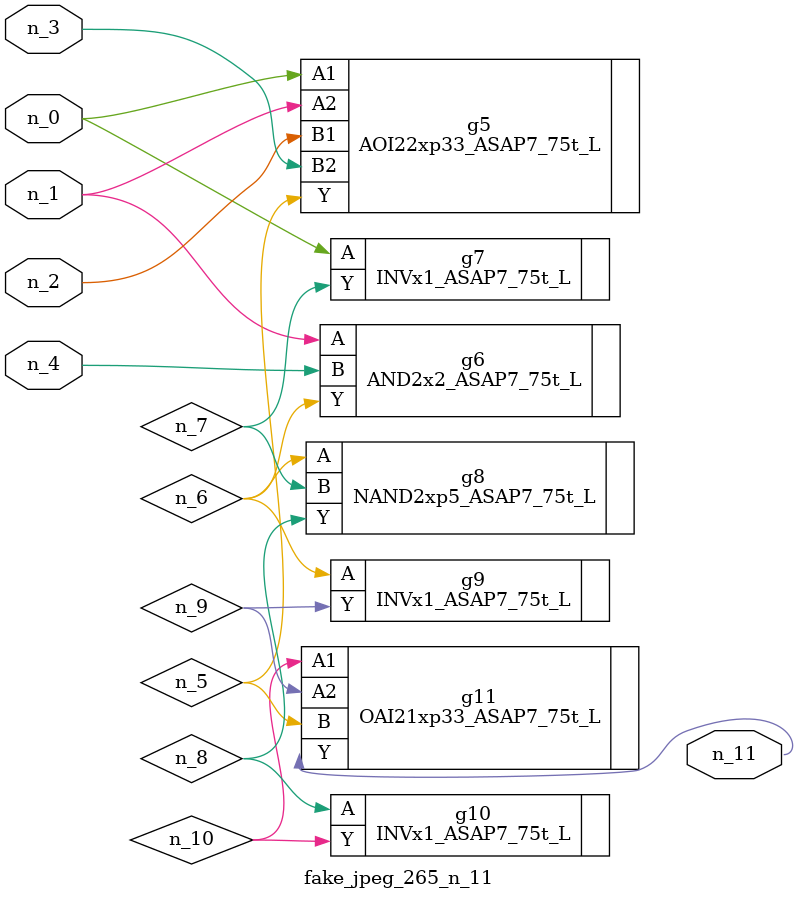
<source format=v>
module fake_jpeg_265_n_11 (n_3, n_2, n_1, n_0, n_4, n_11);

input n_3;
input n_2;
input n_1;
input n_0;
input n_4;

output n_11;

wire n_10;
wire n_8;
wire n_9;
wire n_6;
wire n_5;
wire n_7;

AOI22xp33_ASAP7_75t_L g5 ( 
.A1(n_0),
.A2(n_1),
.B1(n_2),
.B2(n_3),
.Y(n_5)
);

AND2x2_ASAP7_75t_L g6 ( 
.A(n_1),
.B(n_4),
.Y(n_6)
);

INVx1_ASAP7_75t_L g7 ( 
.A(n_0),
.Y(n_7)
);

NAND2xp5_ASAP7_75t_L g8 ( 
.A(n_6),
.B(n_7),
.Y(n_8)
);

INVx1_ASAP7_75t_L g10 ( 
.A(n_8),
.Y(n_10)
);

INVx1_ASAP7_75t_L g9 ( 
.A(n_6),
.Y(n_9)
);

OAI21xp33_ASAP7_75t_L g11 ( 
.A1(n_10),
.A2(n_9),
.B(n_5),
.Y(n_11)
);


endmodule
</source>
